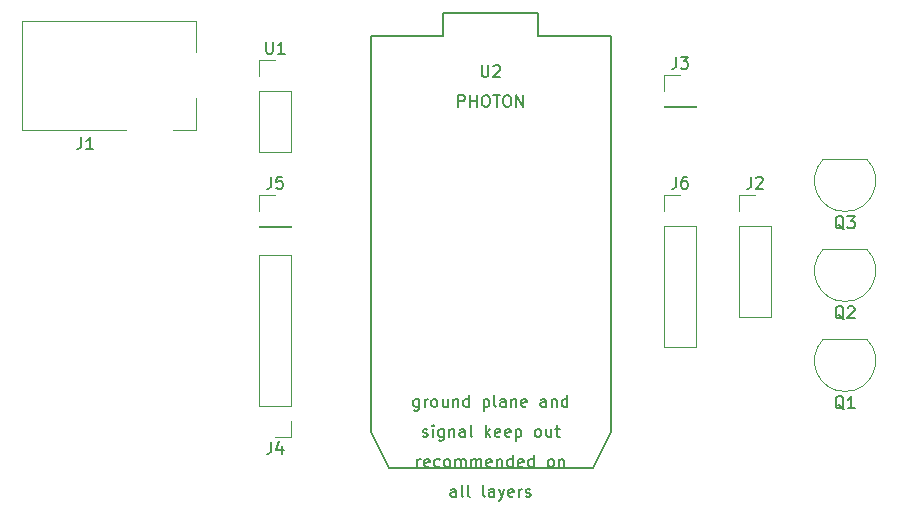
<source format=gbr>
G04 #@! TF.GenerationSoftware,KiCad,Pcbnew,(5.0.2)-1*
G04 #@! TF.CreationDate,2019-04-30T00:39:38-04:00*
G04 #@! TF.ProjectId,clock,636c6f63-6b2e-46b6-9963-61645f706362,rev?*
G04 #@! TF.SameCoordinates,Original*
G04 #@! TF.FileFunction,Legend,Top*
G04 #@! TF.FilePolarity,Positive*
%FSLAX46Y46*%
G04 Gerber Fmt 4.6, Leading zero omitted, Abs format (unit mm)*
G04 Created by KiCad (PCBNEW (5.0.2)-1) date 4/30/2019 12:39:38 AM*
%MOMM*%
%LPD*%
G01*
G04 APERTURE LIST*
%ADD10C,0.120000*%
%ADD11C,0.150000*%
G04 APERTURE END LIST*
D10*
G04 #@! TO.C,Q3*
X161991522Y-78171522D02*
G75*
G03X163830000Y-82610000I1838478J-1838478D01*
G01*
X165668478Y-78171522D02*
G75*
G02X163830000Y-82610000I-1838478J-1838478D01*
G01*
X165630000Y-78160000D02*
X162030000Y-78160000D01*
G04 #@! TO.C,Q2*
X165630000Y-85780000D02*
X162030000Y-85780000D01*
X165668478Y-85791522D02*
G75*
G02X163830000Y-90230000I-1838478J-1838478D01*
G01*
X161991522Y-85791522D02*
G75*
G03X163830000Y-90230000I1838478J-1838478D01*
G01*
G04 #@! TO.C,Q1*
X161991522Y-93411522D02*
G75*
G03X163830000Y-97850000I1838478J-1838478D01*
G01*
X165668478Y-93411522D02*
G75*
G02X163830000Y-97850000I-1838478J-1838478D01*
G01*
X165630000Y-93400000D02*
X162030000Y-93400000D01*
G04 #@! TO.C,J1*
X108850000Y-66520000D02*
X108850000Y-69120000D01*
X94150000Y-66520000D02*
X108850000Y-66520000D01*
X108850000Y-75720000D02*
X106950000Y-75720000D01*
X108850000Y-73020000D02*
X108850000Y-75720000D01*
X94150000Y-75720000D02*
X94150000Y-66520000D01*
X102950000Y-75720000D02*
X94150000Y-75720000D01*
G04 #@! TO.C,J2*
X154880000Y-81220000D02*
X156210000Y-81220000D01*
X154880000Y-82550000D02*
X154880000Y-81220000D01*
X154880000Y-83820000D02*
X157540000Y-83820000D01*
X157540000Y-83820000D02*
X157540000Y-91500000D01*
X154880000Y-83820000D02*
X154880000Y-91500000D01*
X154880000Y-91500000D02*
X157540000Y-91500000D01*
G04 #@! TO.C,J3*
X148530000Y-71060000D02*
X149860000Y-71060000D01*
X148530000Y-72390000D02*
X148530000Y-71060000D01*
X148530000Y-73660000D02*
X151190000Y-73660000D01*
X151190000Y-73660000D02*
X151190000Y-73720000D01*
X148530000Y-73660000D02*
X148530000Y-73720000D01*
X148530000Y-73720000D02*
X151190000Y-73720000D01*
G04 #@! TO.C,J4*
X116900000Y-101660000D02*
X115570000Y-101660000D01*
X116900000Y-100330000D02*
X116900000Y-101660000D01*
X116900000Y-99060000D02*
X114240000Y-99060000D01*
X114240000Y-99060000D02*
X114240000Y-86300000D01*
X116900000Y-99060000D02*
X116900000Y-86300000D01*
X116900000Y-86300000D02*
X114240000Y-86300000D01*
G04 #@! TO.C,J5*
X114240000Y-83880000D02*
X116900000Y-83880000D01*
X114240000Y-83820000D02*
X114240000Y-83880000D01*
X116900000Y-83820000D02*
X116900000Y-83880000D01*
X114240000Y-83820000D02*
X116900000Y-83820000D01*
X114240000Y-82550000D02*
X114240000Y-81220000D01*
X114240000Y-81220000D02*
X115570000Y-81220000D01*
G04 #@! TO.C,J6*
X148530000Y-81220000D02*
X149860000Y-81220000D01*
X148530000Y-82550000D02*
X148530000Y-81220000D01*
X148530000Y-83820000D02*
X151190000Y-83820000D01*
X151190000Y-83820000D02*
X151190000Y-94040000D01*
X148530000Y-83820000D02*
X148530000Y-94040000D01*
X148530000Y-94040000D02*
X151190000Y-94040000D01*
G04 #@! TO.C,U1*
X114240000Y-69790000D02*
X115570000Y-69790000D01*
X114240000Y-71120000D02*
X114240000Y-69790000D01*
X114240000Y-72390000D02*
X116900000Y-72390000D01*
X116900000Y-72390000D02*
X116900000Y-77530000D01*
X114240000Y-72390000D02*
X114240000Y-77530000D01*
X114240000Y-77530000D02*
X116900000Y-77530000D01*
D11*
G04 #@! TO.C,U2*
X143980002Y-101243002D02*
X142456002Y-104291002D01*
X123660002Y-101243002D02*
X125184002Y-104291002D01*
X125184002Y-104291002D02*
X142456002Y-104291002D01*
X143980002Y-67715002D02*
X143980002Y-101243002D01*
X123660002Y-67715002D02*
X123660002Y-101243002D01*
X137833202Y-67715002D02*
X143980002Y-67715002D01*
X129806802Y-67715002D02*
X123660002Y-67715002D01*
X129806802Y-65810002D02*
X129806802Y-67715002D01*
X137833202Y-65810002D02*
X137833202Y-67715002D01*
X129806802Y-65810002D02*
X137833202Y-65810002D01*
G04 #@! TO.C,Q3*
X163734761Y-84117619D02*
X163639523Y-84070000D01*
X163544285Y-83974761D01*
X163401428Y-83831904D01*
X163306190Y-83784285D01*
X163210952Y-83784285D01*
X163258571Y-84022380D02*
X163163333Y-83974761D01*
X163068095Y-83879523D01*
X163020476Y-83689047D01*
X163020476Y-83355714D01*
X163068095Y-83165238D01*
X163163333Y-83070000D01*
X163258571Y-83022380D01*
X163449047Y-83022380D01*
X163544285Y-83070000D01*
X163639523Y-83165238D01*
X163687142Y-83355714D01*
X163687142Y-83689047D01*
X163639523Y-83879523D01*
X163544285Y-83974761D01*
X163449047Y-84022380D01*
X163258571Y-84022380D01*
X164020476Y-83022380D02*
X164639523Y-83022380D01*
X164306190Y-83403333D01*
X164449047Y-83403333D01*
X164544285Y-83450952D01*
X164591904Y-83498571D01*
X164639523Y-83593809D01*
X164639523Y-83831904D01*
X164591904Y-83927142D01*
X164544285Y-83974761D01*
X164449047Y-84022380D01*
X164163333Y-84022380D01*
X164068095Y-83974761D01*
X164020476Y-83927142D01*
G04 #@! TO.C,Q2*
X163734761Y-91737619D02*
X163639523Y-91690000D01*
X163544285Y-91594761D01*
X163401428Y-91451904D01*
X163306190Y-91404285D01*
X163210952Y-91404285D01*
X163258571Y-91642380D02*
X163163333Y-91594761D01*
X163068095Y-91499523D01*
X163020476Y-91309047D01*
X163020476Y-90975714D01*
X163068095Y-90785238D01*
X163163333Y-90690000D01*
X163258571Y-90642380D01*
X163449047Y-90642380D01*
X163544285Y-90690000D01*
X163639523Y-90785238D01*
X163687142Y-90975714D01*
X163687142Y-91309047D01*
X163639523Y-91499523D01*
X163544285Y-91594761D01*
X163449047Y-91642380D01*
X163258571Y-91642380D01*
X164068095Y-90737619D02*
X164115714Y-90690000D01*
X164210952Y-90642380D01*
X164449047Y-90642380D01*
X164544285Y-90690000D01*
X164591904Y-90737619D01*
X164639523Y-90832857D01*
X164639523Y-90928095D01*
X164591904Y-91070952D01*
X164020476Y-91642380D01*
X164639523Y-91642380D01*
G04 #@! TO.C,Q1*
X163734761Y-99357619D02*
X163639523Y-99310000D01*
X163544285Y-99214761D01*
X163401428Y-99071904D01*
X163306190Y-99024285D01*
X163210952Y-99024285D01*
X163258571Y-99262380D02*
X163163333Y-99214761D01*
X163068095Y-99119523D01*
X163020476Y-98929047D01*
X163020476Y-98595714D01*
X163068095Y-98405238D01*
X163163333Y-98310000D01*
X163258571Y-98262380D01*
X163449047Y-98262380D01*
X163544285Y-98310000D01*
X163639523Y-98405238D01*
X163687142Y-98595714D01*
X163687142Y-98929047D01*
X163639523Y-99119523D01*
X163544285Y-99214761D01*
X163449047Y-99262380D01*
X163258571Y-99262380D01*
X164639523Y-99262380D02*
X164068095Y-99262380D01*
X164353809Y-99262380D02*
X164353809Y-98262380D01*
X164258571Y-98405238D01*
X164163333Y-98500476D01*
X164068095Y-98548095D01*
G04 #@! TO.C,J1*
X99166666Y-76322380D02*
X99166666Y-77036666D01*
X99119047Y-77179523D01*
X99023809Y-77274761D01*
X98880952Y-77322380D01*
X98785714Y-77322380D01*
X100166666Y-77322380D02*
X99595238Y-77322380D01*
X99880952Y-77322380D02*
X99880952Y-76322380D01*
X99785714Y-76465238D01*
X99690476Y-76560476D01*
X99595238Y-76608095D01*
G04 #@! TO.C,J2*
X155876666Y-79672380D02*
X155876666Y-80386666D01*
X155829047Y-80529523D01*
X155733809Y-80624761D01*
X155590952Y-80672380D01*
X155495714Y-80672380D01*
X156305238Y-79767619D02*
X156352857Y-79720000D01*
X156448095Y-79672380D01*
X156686190Y-79672380D01*
X156781428Y-79720000D01*
X156829047Y-79767619D01*
X156876666Y-79862857D01*
X156876666Y-79958095D01*
X156829047Y-80100952D01*
X156257619Y-80672380D01*
X156876666Y-80672380D01*
G04 #@! TO.C,J3*
X149526666Y-69512380D02*
X149526666Y-70226666D01*
X149479047Y-70369523D01*
X149383809Y-70464761D01*
X149240952Y-70512380D01*
X149145714Y-70512380D01*
X149907619Y-69512380D02*
X150526666Y-69512380D01*
X150193333Y-69893333D01*
X150336190Y-69893333D01*
X150431428Y-69940952D01*
X150479047Y-69988571D01*
X150526666Y-70083809D01*
X150526666Y-70321904D01*
X150479047Y-70417142D01*
X150431428Y-70464761D01*
X150336190Y-70512380D01*
X150050476Y-70512380D01*
X149955238Y-70464761D01*
X149907619Y-70417142D01*
G04 #@! TO.C,J4*
X115236666Y-102112380D02*
X115236666Y-102826666D01*
X115189047Y-102969523D01*
X115093809Y-103064761D01*
X114950952Y-103112380D01*
X114855714Y-103112380D01*
X116141428Y-102445714D02*
X116141428Y-103112380D01*
X115903333Y-102064761D02*
X115665238Y-102779047D01*
X116284285Y-102779047D01*
G04 #@! TO.C,J5*
X115236666Y-79672380D02*
X115236666Y-80386666D01*
X115189047Y-80529523D01*
X115093809Y-80624761D01*
X114950952Y-80672380D01*
X114855714Y-80672380D01*
X116189047Y-79672380D02*
X115712857Y-79672380D01*
X115665238Y-80148571D01*
X115712857Y-80100952D01*
X115808095Y-80053333D01*
X116046190Y-80053333D01*
X116141428Y-80100952D01*
X116189047Y-80148571D01*
X116236666Y-80243809D01*
X116236666Y-80481904D01*
X116189047Y-80577142D01*
X116141428Y-80624761D01*
X116046190Y-80672380D01*
X115808095Y-80672380D01*
X115712857Y-80624761D01*
X115665238Y-80577142D01*
G04 #@! TO.C,J6*
X149526666Y-79672380D02*
X149526666Y-80386666D01*
X149479047Y-80529523D01*
X149383809Y-80624761D01*
X149240952Y-80672380D01*
X149145714Y-80672380D01*
X150431428Y-79672380D02*
X150240952Y-79672380D01*
X150145714Y-79720000D01*
X150098095Y-79767619D01*
X150002857Y-79910476D01*
X149955238Y-80100952D01*
X149955238Y-80481904D01*
X150002857Y-80577142D01*
X150050476Y-80624761D01*
X150145714Y-80672380D01*
X150336190Y-80672380D01*
X150431428Y-80624761D01*
X150479047Y-80577142D01*
X150526666Y-80481904D01*
X150526666Y-80243809D01*
X150479047Y-80148571D01*
X150431428Y-80100952D01*
X150336190Y-80053333D01*
X150145714Y-80053333D01*
X150050476Y-80100952D01*
X150002857Y-80148571D01*
X149955238Y-80243809D01*
G04 #@! TO.C,U1*
X114808095Y-68242380D02*
X114808095Y-69051904D01*
X114855714Y-69147142D01*
X114903333Y-69194761D01*
X114998571Y-69242380D01*
X115189047Y-69242380D01*
X115284285Y-69194761D01*
X115331904Y-69147142D01*
X115379523Y-69051904D01*
X115379523Y-68242380D01*
X116379523Y-69242380D02*
X115808095Y-69242380D01*
X116093809Y-69242380D02*
X116093809Y-68242380D01*
X115998571Y-68385238D01*
X115903333Y-68480476D01*
X115808095Y-68528095D01*
G04 #@! TO.C,U2*
X133058097Y-70215382D02*
X133058097Y-71024906D01*
X133105716Y-71120144D01*
X133153335Y-71167763D01*
X133248573Y-71215382D01*
X133439049Y-71215382D01*
X133534287Y-71167763D01*
X133581906Y-71120144D01*
X133629525Y-71024906D01*
X133629525Y-70215382D01*
X134058097Y-70310621D02*
X134105716Y-70263002D01*
X134200954Y-70215382D01*
X134439049Y-70215382D01*
X134534287Y-70263002D01*
X134581906Y-70310621D01*
X134629525Y-70405859D01*
X134629525Y-70501097D01*
X134581906Y-70643954D01*
X134010478Y-71215382D01*
X134629525Y-71215382D01*
X131081906Y-73755382D02*
X131081906Y-72755382D01*
X131462859Y-72755382D01*
X131558097Y-72803002D01*
X131605716Y-72850621D01*
X131653335Y-72945859D01*
X131653335Y-73088716D01*
X131605716Y-73183954D01*
X131558097Y-73231573D01*
X131462859Y-73279192D01*
X131081906Y-73279192D01*
X132081906Y-73755382D02*
X132081906Y-72755382D01*
X132081906Y-73231573D02*
X132653335Y-73231573D01*
X132653335Y-73755382D02*
X132653335Y-72755382D01*
X133320002Y-72755382D02*
X133510478Y-72755382D01*
X133605716Y-72803002D01*
X133700954Y-72898240D01*
X133748573Y-73088716D01*
X133748573Y-73422049D01*
X133700954Y-73612525D01*
X133605716Y-73707763D01*
X133510478Y-73755382D01*
X133320002Y-73755382D01*
X133224763Y-73707763D01*
X133129525Y-73612525D01*
X133081906Y-73422049D01*
X133081906Y-73088716D01*
X133129525Y-72898240D01*
X133224763Y-72803002D01*
X133320002Y-72755382D01*
X134034287Y-72755382D02*
X134605716Y-72755382D01*
X134320002Y-73755382D02*
X134320002Y-72755382D01*
X135129525Y-72755382D02*
X135320002Y-72755382D01*
X135415240Y-72803002D01*
X135510478Y-72898240D01*
X135558097Y-73088716D01*
X135558097Y-73422049D01*
X135510478Y-73612525D01*
X135415240Y-73707763D01*
X135320002Y-73755382D01*
X135129525Y-73755382D01*
X135034287Y-73707763D01*
X134939049Y-73612525D01*
X134891430Y-73422049D01*
X134891430Y-73088716D01*
X134939049Y-72898240D01*
X135034287Y-72803002D01*
X135129525Y-72755382D01*
X135986668Y-73755382D02*
X135986668Y-72755382D01*
X136558097Y-73755382D01*
X136558097Y-72755382D01*
X130891430Y-106775382D02*
X130891430Y-106251573D01*
X130843811Y-106156335D01*
X130748573Y-106108716D01*
X130558097Y-106108716D01*
X130462859Y-106156335D01*
X130891430Y-106727763D02*
X130796192Y-106775382D01*
X130558097Y-106775382D01*
X130462859Y-106727763D01*
X130415240Y-106632525D01*
X130415240Y-106537287D01*
X130462859Y-106442049D01*
X130558097Y-106394430D01*
X130796192Y-106394430D01*
X130891430Y-106346811D01*
X131510478Y-106775382D02*
X131415240Y-106727763D01*
X131367621Y-106632525D01*
X131367621Y-105775382D01*
X132034287Y-106775382D02*
X131939049Y-106727763D01*
X131891430Y-106632525D01*
X131891430Y-105775382D01*
X133320002Y-106775382D02*
X133224763Y-106727763D01*
X133177144Y-106632525D01*
X133177144Y-105775382D01*
X134129525Y-106775382D02*
X134129525Y-106251573D01*
X134081906Y-106156335D01*
X133986668Y-106108716D01*
X133796192Y-106108716D01*
X133700954Y-106156335D01*
X134129525Y-106727763D02*
X134034287Y-106775382D01*
X133796192Y-106775382D01*
X133700954Y-106727763D01*
X133653335Y-106632525D01*
X133653335Y-106537287D01*
X133700954Y-106442049D01*
X133796192Y-106394430D01*
X134034287Y-106394430D01*
X134129525Y-106346811D01*
X134510478Y-106108716D02*
X134748573Y-106775382D01*
X134986668Y-106108716D02*
X134748573Y-106775382D01*
X134653335Y-107013478D01*
X134605716Y-107061097D01*
X134510478Y-107108716D01*
X135748573Y-106727763D02*
X135653335Y-106775382D01*
X135462859Y-106775382D01*
X135367621Y-106727763D01*
X135320002Y-106632525D01*
X135320002Y-106251573D01*
X135367621Y-106156335D01*
X135462859Y-106108716D01*
X135653335Y-106108716D01*
X135748573Y-106156335D01*
X135796192Y-106251573D01*
X135796192Y-106346811D01*
X135320002Y-106442049D01*
X136224763Y-106775382D02*
X136224763Y-106108716D01*
X136224763Y-106299192D02*
X136272382Y-106203954D01*
X136320002Y-106156335D01*
X136415240Y-106108716D01*
X136510478Y-106108716D01*
X136796192Y-106727763D02*
X136891430Y-106775382D01*
X137081906Y-106775382D01*
X137177144Y-106727763D01*
X137224763Y-106632525D01*
X137224763Y-106584906D01*
X137177144Y-106489668D01*
X137081906Y-106442049D01*
X136939049Y-106442049D01*
X136843811Y-106394430D01*
X136796192Y-106299192D01*
X136796192Y-106251573D01*
X136843811Y-106156335D01*
X136939049Y-106108716D01*
X137081906Y-106108716D01*
X137177144Y-106156335D01*
X127605716Y-104235382D02*
X127605716Y-103568716D01*
X127605716Y-103759192D02*
X127653335Y-103663954D01*
X127700954Y-103616335D01*
X127796192Y-103568716D01*
X127891430Y-103568716D01*
X128605716Y-104187763D02*
X128510478Y-104235382D01*
X128320002Y-104235382D01*
X128224763Y-104187763D01*
X128177144Y-104092525D01*
X128177144Y-103711573D01*
X128224763Y-103616335D01*
X128320002Y-103568716D01*
X128510478Y-103568716D01*
X128605716Y-103616335D01*
X128653335Y-103711573D01*
X128653335Y-103806811D01*
X128177144Y-103902049D01*
X129510478Y-104187763D02*
X129415240Y-104235382D01*
X129224763Y-104235382D01*
X129129525Y-104187763D01*
X129081906Y-104140144D01*
X129034287Y-104044906D01*
X129034287Y-103759192D01*
X129081906Y-103663954D01*
X129129525Y-103616335D01*
X129224763Y-103568716D01*
X129415240Y-103568716D01*
X129510478Y-103616335D01*
X130081906Y-104235382D02*
X129986668Y-104187763D01*
X129939049Y-104140144D01*
X129891430Y-104044906D01*
X129891430Y-103759192D01*
X129939049Y-103663954D01*
X129986668Y-103616335D01*
X130081906Y-103568716D01*
X130224763Y-103568716D01*
X130320002Y-103616335D01*
X130367621Y-103663954D01*
X130415240Y-103759192D01*
X130415240Y-104044906D01*
X130367621Y-104140144D01*
X130320002Y-104187763D01*
X130224763Y-104235382D01*
X130081906Y-104235382D01*
X130843811Y-104235382D02*
X130843811Y-103568716D01*
X130843811Y-103663954D02*
X130891430Y-103616335D01*
X130986668Y-103568716D01*
X131129525Y-103568716D01*
X131224763Y-103616335D01*
X131272382Y-103711573D01*
X131272382Y-104235382D01*
X131272382Y-103711573D02*
X131320002Y-103616335D01*
X131415240Y-103568716D01*
X131558097Y-103568716D01*
X131653335Y-103616335D01*
X131700954Y-103711573D01*
X131700954Y-104235382D01*
X132177144Y-104235382D02*
X132177144Y-103568716D01*
X132177144Y-103663954D02*
X132224763Y-103616335D01*
X132320002Y-103568716D01*
X132462859Y-103568716D01*
X132558097Y-103616335D01*
X132605716Y-103711573D01*
X132605716Y-104235382D01*
X132605716Y-103711573D02*
X132653335Y-103616335D01*
X132748573Y-103568716D01*
X132891430Y-103568716D01*
X132986668Y-103616335D01*
X133034287Y-103711573D01*
X133034287Y-104235382D01*
X133891430Y-104187763D02*
X133796192Y-104235382D01*
X133605716Y-104235382D01*
X133510478Y-104187763D01*
X133462859Y-104092525D01*
X133462859Y-103711573D01*
X133510478Y-103616335D01*
X133605716Y-103568716D01*
X133796192Y-103568716D01*
X133891430Y-103616335D01*
X133939049Y-103711573D01*
X133939049Y-103806811D01*
X133462859Y-103902049D01*
X134367621Y-103568716D02*
X134367621Y-104235382D01*
X134367621Y-103663954D02*
X134415240Y-103616335D01*
X134510478Y-103568716D01*
X134653335Y-103568716D01*
X134748573Y-103616335D01*
X134796192Y-103711573D01*
X134796192Y-104235382D01*
X135700954Y-104235382D02*
X135700954Y-103235382D01*
X135700954Y-104187763D02*
X135605716Y-104235382D01*
X135415240Y-104235382D01*
X135320002Y-104187763D01*
X135272382Y-104140144D01*
X135224763Y-104044906D01*
X135224763Y-103759192D01*
X135272382Y-103663954D01*
X135320002Y-103616335D01*
X135415240Y-103568716D01*
X135605716Y-103568716D01*
X135700954Y-103616335D01*
X136558097Y-104187763D02*
X136462859Y-104235382D01*
X136272382Y-104235382D01*
X136177144Y-104187763D01*
X136129525Y-104092525D01*
X136129525Y-103711573D01*
X136177144Y-103616335D01*
X136272382Y-103568716D01*
X136462859Y-103568716D01*
X136558097Y-103616335D01*
X136605716Y-103711573D01*
X136605716Y-103806811D01*
X136129525Y-103902049D01*
X137462859Y-104235382D02*
X137462859Y-103235382D01*
X137462859Y-104187763D02*
X137367621Y-104235382D01*
X137177144Y-104235382D01*
X137081906Y-104187763D01*
X137034287Y-104140144D01*
X136986668Y-104044906D01*
X136986668Y-103759192D01*
X137034287Y-103663954D01*
X137081906Y-103616335D01*
X137177144Y-103568716D01*
X137367621Y-103568716D01*
X137462859Y-103616335D01*
X138843811Y-104235382D02*
X138748573Y-104187763D01*
X138700954Y-104140144D01*
X138653335Y-104044906D01*
X138653335Y-103759192D01*
X138700954Y-103663954D01*
X138748573Y-103616335D01*
X138843811Y-103568716D01*
X138986668Y-103568716D01*
X139081906Y-103616335D01*
X139129525Y-103663954D01*
X139177144Y-103759192D01*
X139177144Y-104044906D01*
X139129525Y-104140144D01*
X139081906Y-104187763D01*
X138986668Y-104235382D01*
X138843811Y-104235382D01*
X139605716Y-103568716D02*
X139605716Y-104235382D01*
X139605716Y-103663954D02*
X139653335Y-103616335D01*
X139748573Y-103568716D01*
X139891430Y-103568716D01*
X139986668Y-103616335D01*
X140034287Y-103711573D01*
X140034287Y-104235382D01*
X128081906Y-101647763D02*
X128177144Y-101695382D01*
X128367621Y-101695382D01*
X128462859Y-101647763D01*
X128510478Y-101552525D01*
X128510478Y-101504906D01*
X128462859Y-101409668D01*
X128367621Y-101362049D01*
X128224763Y-101362049D01*
X128129525Y-101314430D01*
X128081906Y-101219192D01*
X128081906Y-101171573D01*
X128129525Y-101076335D01*
X128224763Y-101028716D01*
X128367621Y-101028716D01*
X128462859Y-101076335D01*
X128939049Y-101695382D02*
X128939049Y-101028716D01*
X128939049Y-100695382D02*
X128891430Y-100743002D01*
X128939049Y-100790621D01*
X128986668Y-100743002D01*
X128939049Y-100695382D01*
X128939049Y-100790621D01*
X129843811Y-101028716D02*
X129843811Y-101838240D01*
X129796192Y-101933478D01*
X129748573Y-101981097D01*
X129653335Y-102028716D01*
X129510478Y-102028716D01*
X129415240Y-101981097D01*
X129843811Y-101647763D02*
X129748573Y-101695382D01*
X129558097Y-101695382D01*
X129462859Y-101647763D01*
X129415240Y-101600144D01*
X129367621Y-101504906D01*
X129367621Y-101219192D01*
X129415240Y-101123954D01*
X129462859Y-101076335D01*
X129558097Y-101028716D01*
X129748573Y-101028716D01*
X129843811Y-101076335D01*
X130320002Y-101028716D02*
X130320002Y-101695382D01*
X130320002Y-101123954D02*
X130367621Y-101076335D01*
X130462859Y-101028716D01*
X130605716Y-101028716D01*
X130700954Y-101076335D01*
X130748573Y-101171573D01*
X130748573Y-101695382D01*
X131653335Y-101695382D02*
X131653335Y-101171573D01*
X131605716Y-101076335D01*
X131510478Y-101028716D01*
X131320002Y-101028716D01*
X131224763Y-101076335D01*
X131653335Y-101647763D02*
X131558097Y-101695382D01*
X131320002Y-101695382D01*
X131224763Y-101647763D01*
X131177144Y-101552525D01*
X131177144Y-101457287D01*
X131224763Y-101362049D01*
X131320002Y-101314430D01*
X131558097Y-101314430D01*
X131653335Y-101266811D01*
X132272382Y-101695382D02*
X132177144Y-101647763D01*
X132129525Y-101552525D01*
X132129525Y-100695382D01*
X133415240Y-101695382D02*
X133415240Y-100695382D01*
X133510478Y-101314430D02*
X133796192Y-101695382D01*
X133796192Y-101028716D02*
X133415240Y-101409668D01*
X134605716Y-101647763D02*
X134510478Y-101695382D01*
X134320002Y-101695382D01*
X134224763Y-101647763D01*
X134177144Y-101552525D01*
X134177144Y-101171573D01*
X134224763Y-101076335D01*
X134320002Y-101028716D01*
X134510478Y-101028716D01*
X134605716Y-101076335D01*
X134653335Y-101171573D01*
X134653335Y-101266811D01*
X134177144Y-101362049D01*
X135462859Y-101647763D02*
X135367621Y-101695382D01*
X135177144Y-101695382D01*
X135081906Y-101647763D01*
X135034287Y-101552525D01*
X135034287Y-101171573D01*
X135081906Y-101076335D01*
X135177144Y-101028716D01*
X135367621Y-101028716D01*
X135462859Y-101076335D01*
X135510478Y-101171573D01*
X135510478Y-101266811D01*
X135034287Y-101362049D01*
X135939049Y-101028716D02*
X135939049Y-102028716D01*
X135939049Y-101076335D02*
X136034287Y-101028716D01*
X136224763Y-101028716D01*
X136320002Y-101076335D01*
X136367621Y-101123954D01*
X136415240Y-101219192D01*
X136415240Y-101504906D01*
X136367621Y-101600144D01*
X136320002Y-101647763D01*
X136224763Y-101695382D01*
X136034287Y-101695382D01*
X135939049Y-101647763D01*
X137748573Y-101695382D02*
X137653335Y-101647763D01*
X137605716Y-101600144D01*
X137558097Y-101504906D01*
X137558097Y-101219192D01*
X137605716Y-101123954D01*
X137653335Y-101076335D01*
X137748573Y-101028716D01*
X137891430Y-101028716D01*
X137986668Y-101076335D01*
X138034287Y-101123954D01*
X138081906Y-101219192D01*
X138081906Y-101504906D01*
X138034287Y-101600144D01*
X137986668Y-101647763D01*
X137891430Y-101695382D01*
X137748573Y-101695382D01*
X138939049Y-101028716D02*
X138939049Y-101695382D01*
X138510478Y-101028716D02*
X138510478Y-101552525D01*
X138558097Y-101647763D01*
X138653335Y-101695382D01*
X138796192Y-101695382D01*
X138891430Y-101647763D01*
X138939049Y-101600144D01*
X139272382Y-101028716D02*
X139653335Y-101028716D01*
X139415240Y-100695382D02*
X139415240Y-101552525D01*
X139462859Y-101647763D01*
X139558097Y-101695382D01*
X139653335Y-101695382D01*
X127748573Y-98488716D02*
X127748573Y-99298240D01*
X127700954Y-99393478D01*
X127653335Y-99441097D01*
X127558097Y-99488716D01*
X127415240Y-99488716D01*
X127320002Y-99441097D01*
X127748573Y-99107763D02*
X127653335Y-99155382D01*
X127462859Y-99155382D01*
X127367621Y-99107763D01*
X127320002Y-99060144D01*
X127272382Y-98964906D01*
X127272382Y-98679192D01*
X127320002Y-98583954D01*
X127367621Y-98536335D01*
X127462859Y-98488716D01*
X127653335Y-98488716D01*
X127748573Y-98536335D01*
X128224763Y-99155382D02*
X128224763Y-98488716D01*
X128224763Y-98679192D02*
X128272382Y-98583954D01*
X128320002Y-98536335D01*
X128415240Y-98488716D01*
X128510478Y-98488716D01*
X128986668Y-99155382D02*
X128891430Y-99107763D01*
X128843811Y-99060144D01*
X128796192Y-98964906D01*
X128796192Y-98679192D01*
X128843811Y-98583954D01*
X128891430Y-98536335D01*
X128986668Y-98488716D01*
X129129525Y-98488716D01*
X129224763Y-98536335D01*
X129272382Y-98583954D01*
X129320002Y-98679192D01*
X129320002Y-98964906D01*
X129272382Y-99060144D01*
X129224763Y-99107763D01*
X129129525Y-99155382D01*
X128986668Y-99155382D01*
X130177144Y-98488716D02*
X130177144Y-99155382D01*
X129748573Y-98488716D02*
X129748573Y-99012525D01*
X129796192Y-99107763D01*
X129891430Y-99155382D01*
X130034287Y-99155382D01*
X130129525Y-99107763D01*
X130177144Y-99060144D01*
X130653335Y-98488716D02*
X130653335Y-99155382D01*
X130653335Y-98583954D02*
X130700954Y-98536335D01*
X130796192Y-98488716D01*
X130939049Y-98488716D01*
X131034287Y-98536335D01*
X131081906Y-98631573D01*
X131081906Y-99155382D01*
X131986668Y-99155382D02*
X131986668Y-98155382D01*
X131986668Y-99107763D02*
X131891430Y-99155382D01*
X131700954Y-99155382D01*
X131605716Y-99107763D01*
X131558097Y-99060144D01*
X131510478Y-98964906D01*
X131510478Y-98679192D01*
X131558097Y-98583954D01*
X131605716Y-98536335D01*
X131700954Y-98488716D01*
X131891430Y-98488716D01*
X131986668Y-98536335D01*
X133224763Y-98488716D02*
X133224763Y-99488716D01*
X133224763Y-98536335D02*
X133320002Y-98488716D01*
X133510478Y-98488716D01*
X133605716Y-98536335D01*
X133653335Y-98583954D01*
X133700954Y-98679192D01*
X133700954Y-98964906D01*
X133653335Y-99060144D01*
X133605716Y-99107763D01*
X133510478Y-99155382D01*
X133320002Y-99155382D01*
X133224763Y-99107763D01*
X134272382Y-99155382D02*
X134177144Y-99107763D01*
X134129525Y-99012525D01*
X134129525Y-98155382D01*
X135081906Y-99155382D02*
X135081906Y-98631573D01*
X135034287Y-98536335D01*
X134939049Y-98488716D01*
X134748573Y-98488716D01*
X134653335Y-98536335D01*
X135081906Y-99107763D02*
X134986668Y-99155382D01*
X134748573Y-99155382D01*
X134653335Y-99107763D01*
X134605716Y-99012525D01*
X134605716Y-98917287D01*
X134653335Y-98822049D01*
X134748573Y-98774430D01*
X134986668Y-98774430D01*
X135081906Y-98726811D01*
X135558097Y-98488716D02*
X135558097Y-99155382D01*
X135558097Y-98583954D02*
X135605716Y-98536335D01*
X135700954Y-98488716D01*
X135843811Y-98488716D01*
X135939049Y-98536335D01*
X135986668Y-98631573D01*
X135986668Y-99155382D01*
X136843811Y-99107763D02*
X136748573Y-99155382D01*
X136558097Y-99155382D01*
X136462859Y-99107763D01*
X136415240Y-99012525D01*
X136415240Y-98631573D01*
X136462859Y-98536335D01*
X136558097Y-98488716D01*
X136748573Y-98488716D01*
X136843811Y-98536335D01*
X136891430Y-98631573D01*
X136891430Y-98726811D01*
X136415240Y-98822049D01*
X138510478Y-99155382D02*
X138510478Y-98631573D01*
X138462859Y-98536335D01*
X138367621Y-98488716D01*
X138177144Y-98488716D01*
X138081906Y-98536335D01*
X138510478Y-99107763D02*
X138415240Y-99155382D01*
X138177144Y-99155382D01*
X138081906Y-99107763D01*
X138034287Y-99012525D01*
X138034287Y-98917287D01*
X138081906Y-98822049D01*
X138177144Y-98774430D01*
X138415240Y-98774430D01*
X138510478Y-98726811D01*
X138986668Y-98488716D02*
X138986668Y-99155382D01*
X138986668Y-98583954D02*
X139034287Y-98536335D01*
X139129525Y-98488716D01*
X139272382Y-98488716D01*
X139367621Y-98536335D01*
X139415240Y-98631573D01*
X139415240Y-99155382D01*
X140320002Y-99155382D02*
X140320002Y-98155382D01*
X140320002Y-99107763D02*
X140224763Y-99155382D01*
X140034287Y-99155382D01*
X139939049Y-99107763D01*
X139891430Y-99060144D01*
X139843811Y-98964906D01*
X139843811Y-98679192D01*
X139891430Y-98583954D01*
X139939049Y-98536335D01*
X140034287Y-98488716D01*
X140224763Y-98488716D01*
X140320002Y-98536335D01*
G04 #@! TD*
M02*

</source>
